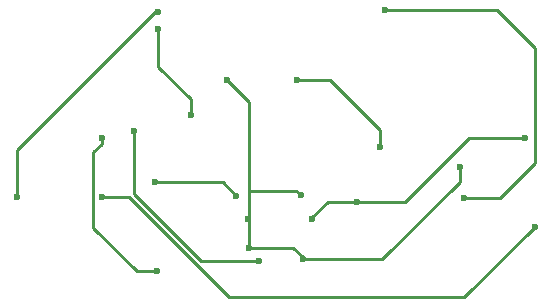
<source format=gbl>
G04*
G04 #@! TF.GenerationSoftware,Altium Limited,Altium Designer,19.0.12 (326)*
G04*
G04 Layer_Physical_Order=2*
G04 Layer_Color=16711680*
%FSLAX25Y25*%
%MOIN*%
G70*
G01*
G75*
%ADD15C,0.01000*%
%ADD41C,0.02362*%
D15*
X429921Y248031D02*
Y266929D01*
X481886Y263386D02*
X503000Y284500D01*
X465748Y263386D02*
X481886D01*
X455988D02*
X465748D01*
X450787Y258185D02*
X455988Y263386D01*
X450787Y257480D02*
Y258185D01*
X429921Y266929D02*
Y296457D01*
Y266929D02*
X445508D01*
X447000Y265437D01*
X429921Y248031D02*
X444531D01*
X423175Y231496D02*
X501496D01*
X413846Y243653D02*
X433240D01*
X391500Y266000D02*
X413846Y243653D01*
X501496Y231496D02*
X525000Y255000D01*
X389908Y264764D02*
X423175Y231496D01*
X422441Y303937D02*
X429921Y296457D01*
X474289Y244289D02*
X500000Y270000D01*
X447638Y244289D02*
X474289D01*
X447638D02*
Y244925D01*
X444531Y248031D02*
X447638Y244925D01*
X421047Y269898D02*
X425591Y265354D01*
X398602Y269898D02*
X421047D01*
X377953Y254547D02*
X392342Y240158D01*
X399102D01*
X380906Y282716D02*
Y284449D01*
X377953Y279764D02*
X380906Y282716D01*
X377953Y254547D02*
Y279764D01*
X380906Y264764D02*
X389908D01*
X352362Y280512D02*
X398567Y326716D01*
X352362Y264764D02*
Y280512D01*
X398567Y326716D02*
X399606D01*
Y308394D02*
Y320866D01*
Y308394D02*
X410433Y297567D01*
Y292323D02*
Y297567D01*
X473425Y281496D02*
Y287158D01*
X456835Y303748D02*
X473425Y287158D01*
X445866Y303748D02*
X456835D01*
X503051Y284449D02*
X521654D01*
X503000Y284500D02*
X503051Y284449D01*
X525000Y276260D02*
Y314500D01*
X513457Y264717D02*
X525000Y276260D01*
X512429Y327071D02*
X525000Y314500D01*
X501500Y264717D02*
X513457D01*
X500000Y270000D02*
Y274882D01*
X391500Y266000D02*
Y287000D01*
X475146Y327071D02*
X512429D01*
D41*
X465748Y263386D02*
D03*
X450787Y257480D02*
D03*
X447000Y265437D02*
D03*
X429921Y248031D02*
D03*
X433240Y243653D02*
D03*
X429528Y257480D02*
D03*
X422441Y303937D02*
D03*
X447638Y244289D02*
D03*
X425591Y265354D02*
D03*
X399102Y240158D02*
D03*
X380906Y284449D02*
D03*
Y264764D02*
D03*
X352362D02*
D03*
X399606Y326716D02*
D03*
Y320866D02*
D03*
X410433Y292323D02*
D03*
X445866Y303748D02*
D03*
X473425Y281496D02*
D03*
X521654Y284449D02*
D03*
X525000Y255000D02*
D03*
X501500Y264717D02*
D03*
X500000Y274882D02*
D03*
X391500Y287000D02*
D03*
X398602Y269898D02*
D03*
X475146Y327071D02*
D03*
M02*

</source>
